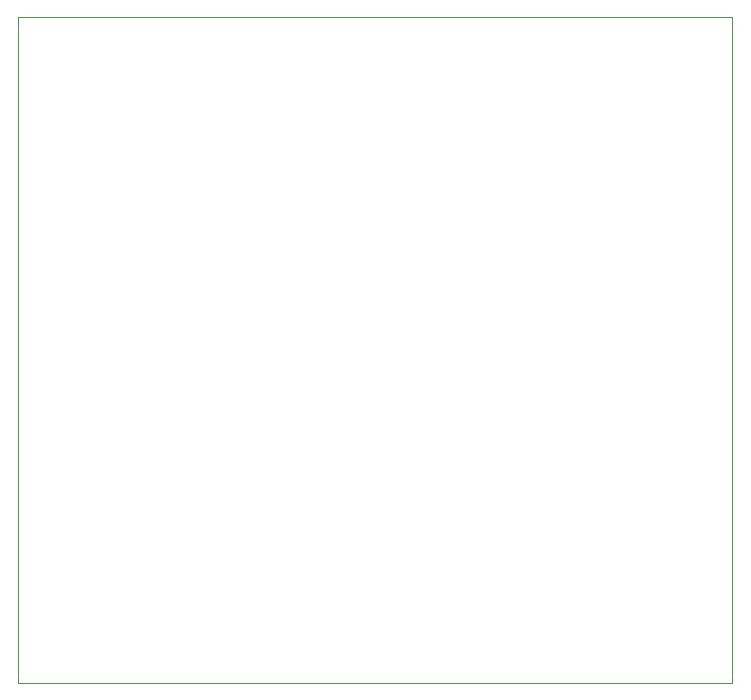
<source format=gbr>
%TF.GenerationSoftware,KiCad,Pcbnew,(6.0.0-0)*%
%TF.CreationDate,2022-10-19T22:54:39-04:00*%
%TF.ProjectId,CLOCK,434c4f43-4b2e-46b6-9963-61645f706362,rev?*%
%TF.SameCoordinates,Original*%
%TF.FileFunction,Profile,NP*%
%FSLAX46Y46*%
G04 Gerber Fmt 4.6, Leading zero omitted, Abs format (unit mm)*
G04 Created by KiCad (PCBNEW (6.0.0-0)) date 2022-10-19 22:54:39*
%MOMM*%
%LPD*%
G01*
G04 APERTURE LIST*
%TA.AperFunction,Profile*%
%ADD10C,0.100000*%
%TD*%
G04 APERTURE END LIST*
D10*
X80010000Y-80264000D02*
X140462000Y-80264000D01*
X140462000Y-80264000D02*
X140462000Y-136652000D01*
X140462000Y-136652000D02*
X80010000Y-136652000D01*
X80010000Y-136652000D02*
X80010000Y-80264000D01*
M02*

</source>
